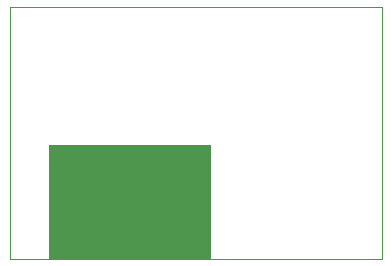
<source format=gm1>
G04 #@! TF.GenerationSoftware,KiCad,Pcbnew,(6.0.8)*
G04 #@! TF.CreationDate,2022-12-10T17:07:18-08:00*
G04 #@! TF.ProjectId,usb_power2,7573625f-706f-4776-9572-322e6b696361,rev?*
G04 #@! TF.SameCoordinates,Original*
G04 #@! TF.FileFunction,Profile,NP*
%FSLAX46Y46*%
G04 Gerber Fmt 4.6, Leading zero omitted, Abs format (unit mm)*
G04 Created by KiCad (PCBNEW (6.0.8)) date 2022-12-10 17:07:18*
%MOMM*%
%LPD*%
G01*
G04 APERTURE LIST*
G04 #@! TA.AperFunction,Profile*
%ADD10C,0.100000*%
G04 #@! TD*
G04 APERTURE END LIST*
D10*
X77470000Y-80000000D02*
X91070000Y-80000000D01*
X91070000Y-80000000D02*
X91070000Y-89663000D01*
X91070000Y-89663000D02*
X77470000Y-89663000D01*
X77470000Y-89663000D02*
X77470000Y-80000000D01*
G36*
X77470000Y-80000000D02*
G01*
X91070000Y-80000000D01*
X91070000Y-89663000D01*
X77470000Y-89663000D01*
X77470000Y-80000000D01*
G37*
X105664000Y-89662000D02*
X74168000Y-89662000D01*
X74168000Y-89662000D02*
X74168000Y-68326000D01*
X74168000Y-68326000D02*
X105664000Y-68326000D01*
X105664000Y-68326000D02*
X105664000Y-89662000D01*
M02*

</source>
